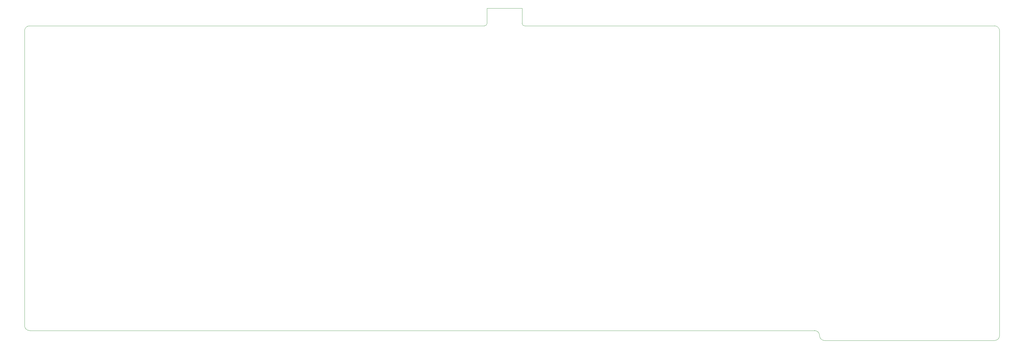
<source format=gm1>
%TF.GenerationSoftware,KiCad,Pcbnew,(6.0.10)*%
%TF.CreationDate,2023-05-22T00:42:52-07:00*%
%TF.ProjectId,LFK2,4c464b32-2e6b-4696-9361-645f70636258,rev?*%
%TF.SameCoordinates,Original*%
%TF.FileFunction,Profile,NP*%
%FSLAX46Y46*%
G04 Gerber Fmt 4.6, Leading zero omitted, Abs format (unit mm)*
G04 Created by KiCad (PCBNEW (6.0.10)) date 2023-05-22 00:42:52*
%MOMM*%
%LPD*%
G01*
G04 APERTURE LIST*
%TA.AperFunction,Profile*%
%ADD10C,0.100000*%
%TD*%
G04 APERTURE END LIST*
D10*
X214312500Y-47625000D02*
X363537500Y-47625000D01*
X57150000Y-47625000D02*
X201612500Y-47625000D01*
X213518700Y-46831250D02*
G75*
G03*
X214312500Y-47625000I793800J50D01*
G01*
X363537500Y-147637500D02*
G75*
G03*
X365125000Y-146050000I0J1587500D01*
G01*
X213518750Y-46831250D02*
X213518750Y-42068750D01*
X365125000Y-49212500D02*
X365125000Y-146050000D01*
X365125000Y-49212500D02*
G75*
G03*
X363537500Y-47625000I-1587500J0D01*
G01*
X57150000Y-47625000D02*
G75*
G03*
X55562500Y-49212500I0J-1587500D01*
G01*
X55562500Y-142875000D02*
G75*
G03*
X57150000Y-144462500I1587500J0D01*
G01*
X202406250Y-46831250D02*
X202406250Y-42068750D01*
X363537500Y-147637500D02*
X309562500Y-147637500D01*
X307975000Y-146050000D02*
G75*
G03*
X306387500Y-144462500I-1587500J0D01*
G01*
X306387500Y-144462500D02*
X57150000Y-144462500D01*
X307975000Y-146050000D02*
G75*
G03*
X309562500Y-147637500I1587500J0D01*
G01*
X55562500Y-142081250D02*
X55562500Y-49212500D01*
X55562500Y-142081250D02*
X55562500Y-142875000D01*
X201612500Y-47624950D02*
G75*
G03*
X202406250Y-46831250I0J793750D01*
G01*
X202406250Y-42068750D02*
X213518750Y-42068750D01*
M02*

</source>
